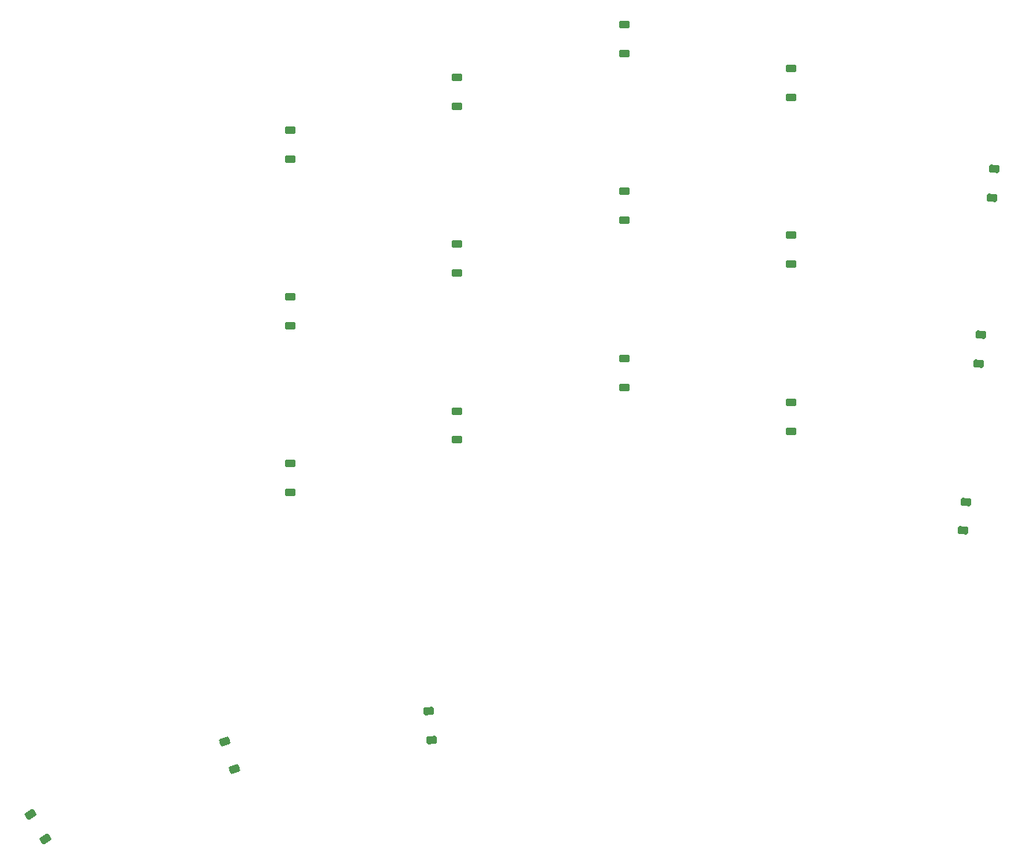
<source format=gbr>
%TF.GenerationSoftware,KiCad,Pcbnew,7.0.7*%
%TF.CreationDate,2023-09-27T07:48:00-06:00*%
%TF.ProjectId,keyboard - right,6b657962-6f61-4726-9420-2d2072696768,rev?*%
%TF.SameCoordinates,Original*%
%TF.FileFunction,Paste,Top*%
%TF.FilePolarity,Positive*%
%FSLAX46Y46*%
G04 Gerber Fmt 4.6, Leading zero omitted, Abs format (unit mm)*
G04 Created by KiCad (PCBNEW 7.0.7) date 2023-09-27 07:48:00*
%MOMM*%
%LPD*%
G01*
G04 APERTURE LIST*
G04 Aperture macros list*
%AMRoundRect*
0 Rectangle with rounded corners*
0 $1 Rounding radius*
0 $2 $3 $4 $5 $6 $7 $8 $9 X,Y pos of 4 corners*
0 Add a 4 corners polygon primitive as box body*
4,1,4,$2,$3,$4,$5,$6,$7,$8,$9,$2,$3,0*
0 Add four circle primitives for the rounded corners*
1,1,$1+$1,$2,$3*
1,1,$1+$1,$4,$5*
1,1,$1+$1,$6,$7*
1,1,$1+$1,$8,$9*
0 Add four rect primitives between the rounded corners*
20,1,$1+$1,$2,$3,$4,$5,0*
20,1,$1+$1,$4,$5,$6,$7,0*
20,1,$1+$1,$6,$7,$8,$9,0*
20,1,$1+$1,$8,$9,$2,$3,0*%
G04 Aperture macros list end*
%ADD10RoundRect,0.225000X0.375000X-0.225000X0.375000X0.225000X-0.375000X0.225000X-0.375000X-0.225000X0*%
%ADD11RoundRect,0.225000X0.396465X-0.184569X0.349427X0.262966X-0.396465X0.184569X-0.349427X-0.262966X0*%
%ADD12RoundRect,0.225000X0.353963X-0.256827X0.393183X0.191460X-0.353963X0.256827X-0.393183X-0.191460X0*%
%ADD13RoundRect,0.225000X0.427822X-0.090654X0.281317X0.334830X-0.427822X0.090654X-0.281317X-0.334830X0*%
%ADD14RoundRect,0.225000X0.437250X0.007909X0.198786X0.389531X-0.437250X-0.007909X-0.198786X-0.389531X0*%
G04 APERTURE END LIST*
D10*
%TO.C,D19*%
X201723227Y-65349079D03*
X201723227Y-62049079D03*
%TD*%
%TO.C,D23*%
X220723227Y-97349079D03*
X220723227Y-94049079D03*
%TD*%
%TO.C,D28*%
X258723227Y-58345448D03*
X258723227Y-55045448D03*
%TD*%
%TO.C,D20*%
X201723227Y-84349079D03*
X201723227Y-81049079D03*
%TD*%
%TO.C,D29*%
X258723227Y-77345448D03*
X258723227Y-74045448D03*
%TD*%
%TO.C,D36*%
X201723227Y-103345448D03*
X201723227Y-100045448D03*
%TD*%
D11*
%TO.C,D35*%
X217851433Y-131525823D03*
X217506489Y-128243901D03*
%TD*%
D12*
%TO.C,D34*%
X278307348Y-107672536D03*
X278594962Y-104385094D03*
%TD*%
%TO.C,D32*%
X281549027Y-69767655D03*
X281836641Y-66480213D03*
%TD*%
D13*
%TO.C,D31*%
X195344938Y-134797487D03*
X194270564Y-131677275D03*
%TD*%
D10*
%TO.C,D22*%
X220723227Y-78345448D03*
X220723227Y-75045448D03*
%TD*%
D12*
%TO.C,D33*%
X280056348Y-88683953D03*
X280343962Y-85396511D03*
%TD*%
D10*
%TO.C,D21*%
X220723227Y-59349079D03*
X220723227Y-56049079D03*
%TD*%
%TO.C,D25*%
X239723227Y-72349079D03*
X239723227Y-69049079D03*
%TD*%
D14*
%TO.C,D27*%
X173897523Y-142777253D03*
X172148789Y-139978695D03*
%TD*%
D10*
%TO.C,D24*%
X239723227Y-53349079D03*
X239723227Y-50049079D03*
%TD*%
%TO.C,D26*%
X239723227Y-91349079D03*
X239723227Y-88049079D03*
%TD*%
%TO.C,D30*%
X258723227Y-96349079D03*
X258723227Y-93049079D03*
%TD*%
M02*

</source>
